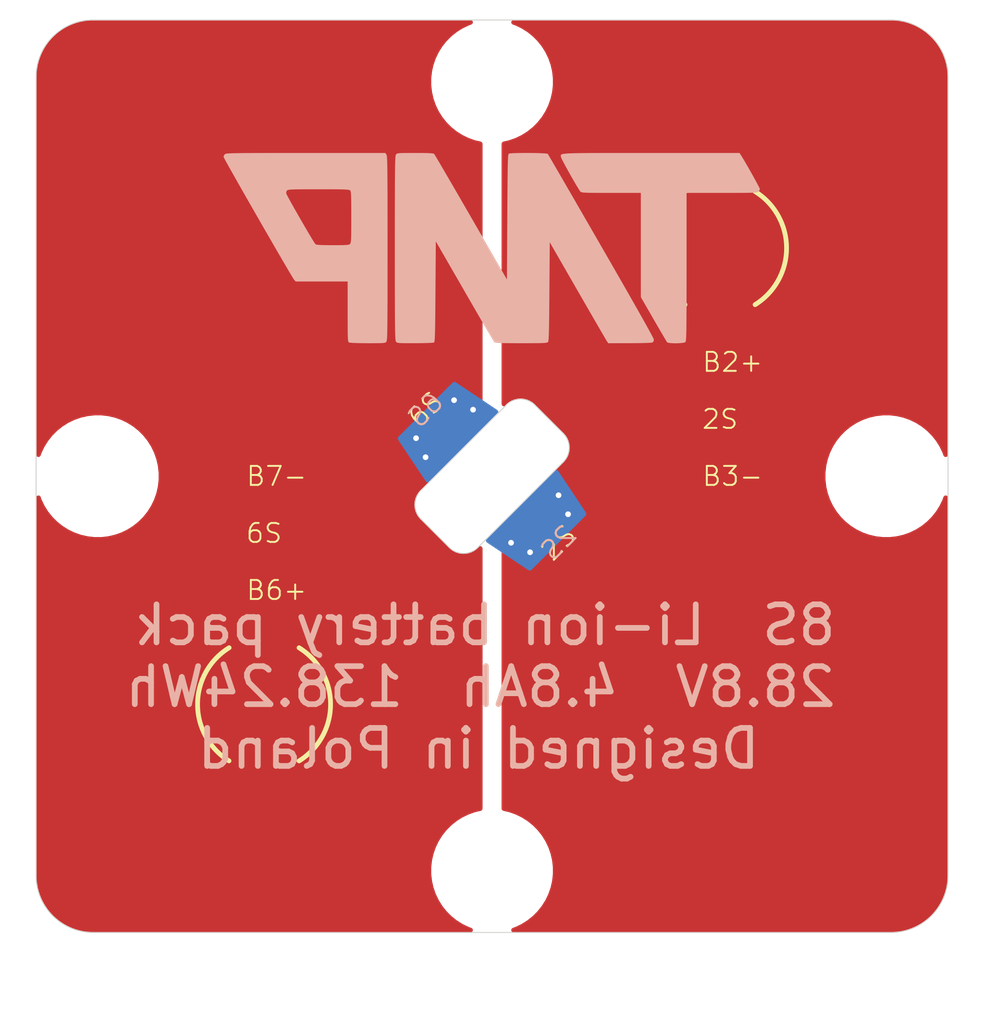
<source format=kicad_pcb>
(kicad_pcb (version 20240108) (generator "pcbnew") (generator_version "8.0")
  (layers (0 "F.Cu" signal) (31 "B.Cu" signal) (34 "B.Paste" user) (35 "F.Paste" user) (36 "B.SilkS" user "B.Silkscreen") (37 "F.SilkS" user "F.Silkscreen") (38 "B.Mask" user) (39 "F.Mask" user) (44 "Edge.Cuts" user))
  (net 0 "")
  (net 1 "2S")
  (net 2 "6S")
  (footprint "Battery:li-ion 21700 positive terminal contact" (layer "F.Cu") (at 63 87)
    (property "Reference" "J3" (hide yes))
    (property "Value" "MY-FJ-04-J")
    (fp_arc (start -1.846047 2.973571) (mid -3.5 -0.003834) (end -1.839528 -2.977608) (stroke (width 0.25)) (layer "F.SilkS"))
    (fp_arc (start 1.841101 -2.976633) (mid 3.499999 -0.001982) (end 1.844472 2.974546) (stroke (width 0.25)) (layer "F.SilkS"))
    (pad "1" smd rect (at 0 -3.695) (size 2 2.39) (layers "F.Cu" "F.Paste" "F.Mask") (net 2 "6S"))
    (pad "1" smd circle (at 0 0) (size 6.5 6.5) (layers "F.Cu" "F.Paste" "F.Mask") (net 2 "6S"))
    (pad "1" smd rect (at 0 3.695) (size 2 2.39) (layers "F.Cu" "F.Paste" "F.Mask") (net 2 "6S"))
  )
  (footprint "MountingHole:MountingHole_3mm" (layer "F.Cu") (at 95.75 75)
    (property "Reference" "H2" (hide yes))
    (property "Value" "MountingHole")
    (pad "" np_thru_hole circle (at 0 0) (size 3 3) (drill 3) (layers "F&B.Cu" "*.Mask") (clearance 1.7))
  )
  (footprint "MountingHole:MountingHole_3mm" (layer "F.Cu") (at 75 95.75)
    (property "Reference" "H3" (hide yes))
    (property "Value" "MountingHole")
    (pad "" np_thru_hole circle (at 0 0) (size 3 3) (drill 3) (layers "F&B.Cu" "*.Mask") (clearance 1.7))
  )
  (footprint "Battery:li-ion 21700 negative terminal contact" (layer "F.Cu") (at 63 63)
    (property "Reference" "J4" (hide yes))
    (property "Value" "Flat Copper Pad")
    (pad "1" smd circle (at 0 0) (size 22 22) (layers "F.Cu" "F.Paste" "F.Mask") (net 2 "6S"))
  )
  (footprint "Connector_Wire:SolderWirePad_1x01_SMD_1x2mm" (layer "F.Cu") (at 72.5 72.5 -45)
    (property "Reference" "J7" (hide yes))
    (property "Value" "Solder Pad")
    (pad "1" smd roundrect (at 0 0 315) (size 1 2) (layers "F.Cu" "F.Paste" "F.Mask") (net 2 "6S"))
  )
  (footprint "Connector_Wire:SolderWirePad_1x01_SMD_1x2mm" (layer "F.Cu") (at 77.5 77.5 -45)
    (property "Reference" "J5" (hide yes))
    (property "Value" "Solder Pad")
    (pad "1" smd roundrect (at 0 0 315) (size 1 2) (layers "F.Cu" "F.Paste" "F.Mask") (net 1 "2S"))
  )
  (footprint "MountingHole:MountingHole_3mm" (layer "F.Cu") (at 54.25 75)
    (property "Reference" "H4" (hide yes))
    (property "Value" "MountingHole")
    (pad "" np_thru_hole circle (at 0 0) (size 3 3) (drill 3) (layers "F&B.Cu" "*.Mask") (clearance 1.7))
  )
  (footprint "MountingHole:MountingHole_3mm" (layer "F.Cu") (at 75 54.25)
    (property "Reference" "H1" (hide yes))
    (property "Value" "MountingHole")
    (pad "" np_thru_hole circle (at 0 0) (size 3 3) (drill 3) (layers "F&B.Cu" "*.Mask") (clearance 1.7))
  )
  (footprint "Battery:li-ion 21700 negative terminal contact" (layer "F.Cu") (at 87 87)
    (property "Reference" "J2" (hide yes))
    (property "Value" "Flat Copper Pad")
    (pad "1" smd circle (at 0 0) (size 22 22) (layers "F.Cu" "F.Paste" "F.Mask") (net 1 "2S"))
  )
  (footprint "Battery:li-ion 21700 positive terminal contact" (layer "F.Cu") (at 87 63)
    (property "Reference" "J1" (hide yes))
    (property "Value" "MY-FJ-04-J")
    (fp_arc (start -1.846047 2.973571) (mid -3.5 -0.003834) (end -1.839528 -2.977608) (stroke (width 0.25)) (layer "F.SilkS"))
    (fp_arc (start 1.841101 -2.976633) (mid 3.499999 -0.001982) (end 1.844472 2.974546) (stroke (width 0.25)) (layer "F.SilkS"))
    (pad "1" smd rect (at 0 -3.695) (size 2 2.39) (layers "F.Cu" "F.Paste" "F.Mask") (net 1 "2S"))
    (pad "1" smd circle (at 0 0) (size 6.5 6.5) (layers "F.Cu" "F.Paste" "F.Mask") (net 1 "2S"))
    (pad "1" smd rect (at 0 3.695) (size 2 2.39) (layers "F.Cu" "F.Paste" "F.Mask") (net 1 "2S"))
  )
  (footprint "Connector_Wire:SolderWirePad_1x01_SMD_1x2mm" (layer "B.Cu") (at 72.5 72.5 -45)
    (property "Reference" "J8" (hide yes))
    (property "Value" "Solder Pad")
    (pad "1" smd roundrect (at 0 0 315) (size 1 2) (layers "B.Cu" "B.Paste" "B.Mask") (net 2 "6S"))
  )
  (footprint "Connector_Wire:SolderWirePad_1x01_SMD_1x2mm" (layer "B.Cu") (at 77.5 77.5 -45)
    (property "Reference" "J6" (hide yes))
    (property "Value" "Solder Pad")
    (pad "1" smd roundrect (at 0 0 315) (size 1 2) (layers "B.Cu" "B.Paste" "B.Mask") (net 1 "2S"))
  )
  (footprint "LOGO" (layer "B.Cu") (at 75 63 180)
    (property "Reference" "G***" (hide yes))
    (property "Value" "LOGO" (hide yes))
    (fp_poly (pts (xy -6.477572 5.003683) (xy -5.981537 5.003299) (xy -5.546157 5.002432) (xy -5.167498 5.000916) (xy -4.841626 4.998586) (xy -4.564607 4.995276) (xy -4.332507 4.990819) (xy -4.141393 4.985048) (xy -3.98733 4.977799) (xy -3.866384 4.968904) (xy -3.774621 4.958198) (xy -3.708108 4.945514) (xy -3.662911 4.930685) (xy -3.635095 4.913547) (xy -3.620727 4.893933) (xy -3.615872 4.871675) (xy -3.616597 4.84661) (xy -3.618968 4.818569) (xy -3.619544 4.802966) (xy -3.638107 4.751032) (xy -3.689449 4.644284) (xy -3.767431 4.493642) (xy -3.865916 4.310027) (xy -3.978763 4.104357) (xy -4.099834 3.887554) (xy -4.222991 3.670537) (xy -4.342095 3.464226) (xy -4.451006 3.279542) (xy -4.543586 3.127404) (xy -4.613696 3.018732) (xy -4.650128 2.9697) (xy -4.6697 2.953079) (xy -4.700593 2.93945) (xy -4.749923 2.928518) (xy -4.824804 2.91999) (xy -4.932353 2.913573) (xy -5.079683 2.908971) (xy -5.273911 2.905893) (xy -5.522152 2.904045) (xy -5.831521 2.903132) (xy -6.209133 2.902861) (xy -6.26998 2.902858) (xy -7.830075 2.902858) (xy -7.830075 0.161705) (xy -7.830075 -2.579448) (xy -8.501885 -3.743784) (xy -8.659595 -4.016546) (xy -8.80637 -4.269303) (xy -8.93758 -4.494165) (xy -9.048593 -4.68324) (xy -9.134778 -4.828635) (xy -9.191505 -4.92246) (xy -9.213178 -4.955864) (xy -9.272275 -4.981058) (xy -9.387871 -4.997841) (xy -9.540568 -5.00646) (xy -9.710964 -5.007164) (xy -9.879661 -5.000198) (xy -10.02726 -4.98581) (xy -10.13436 -4.964248) (xy -10.17637 -4.943587) (xy -10.186168 -4.92805) (xy -10.194853 -4.8993) (xy -10.202489 -4.852994) (xy -10.209143 -4.784788) (xy -10.214881 -4.69034) (xy -10.219768 -4.565306) (xy -10.223871 -4.405343) (xy -10.227255 -4.206109) (xy -10.229987 -3.963259) (xy -10.232132 -3.672452) (xy -10.233757 -3.329343) (xy -10.234926 -2.92959) (xy -10.235707 -2.46885) (xy -10.236165 -1.942779) (xy -10.236366 -1.347035) (xy -10.236391 -0.990354) (xy -10.236391 2.902858) (xy -12.10205 2.902858) (xy -12.528663 2.902989) (xy -12.885392 2.903542) (xy -13.178743 2.904751) (xy -13.415222 2.906852) (xy -13.601337 2.910081) (xy -13.743595 2.914673) (xy -13.8485 2.920864) (xy -13.922561 2.92889) (xy -13.972283 2.938986) (xy -14.004174 2.951387) (xy -14.024739 2.96633) (xy -14.030922 2.972707) (xy -14.080776 3.053527) (xy -14.094135 3.109054) (xy -14.075858 3.156684) (xy -14.025031 3.259499) (xy -13.947666 3.40674) (xy -13.849773 3.587647) (xy -13.737362 3.791461) (xy -13.616444 4.007421) (xy -13.493029 4.224768) (xy -13.373128 4.432742) (xy -13.262751 4.620585) (xy -13.167909 4.777535) (xy -13.115838 4.860376) (xy -13.023578 5.003609) (xy -8.368947 5.003609) (xy -7.667343 5.003672) (xy -7.038196 5.003752)) (fill solid) (layer "B.SilkS"))
    (fp_poly (pts (xy 10.469127 5.003568) (xy 11.053641 5.003397) (xy 11.57029 5.003027) (xy 12.02334 5.002387) (xy 12.417053 5.001407) (xy 12.755692 5.000018) (xy 13.043523 4.99815) (xy 13.284807 4.995733) (xy 13.483809 4.992696) (xy 13.644793 4.98897) (xy 13.772021 4.984485) (xy 13.869758 4.97917) (xy 13.942267 4.972957) (xy 13.993811 4.965774) (xy 14.028655 4.957553) (xy 14.051061 4.948222) (xy 14.065294 4.937712) (xy 14.069118 4.93376) (xy 14.118966 4.853023) (xy 14.132331 4.797594) (xy 14.113658 4.755965) (xy 14.059764 4.653847) (xy 13.973835 4.496786) (xy 13.859058 4.290327) (xy 13.718619 4.040014) (xy 13.555705 3.751393) (xy 13.373501 3.430009) (xy 13.175194 3.081406) (xy 12.963971 2.711131) (xy 12.743018 2.324727) (xy 12.515521 1.927741) (xy 12.284667 1.525717) (xy 12.053642 1.1242) (xy 11.825633 0.728735) (xy 11.603826 0.344867) (xy 11.391407 -0.021857) (xy 11.191563 -0.365895) (xy 11.00748 -0.6817) (xy 10.842345 -0.963727) (xy 10.699343 -1.206432) (xy 10.581662 -1.404268) (xy 10.492488 -1.551692) (xy 10.435007 -1.643158) (xy 10.415215 -1.671052) (xy 10.337661 -1.756992) (xy 8.969282 -1.756992) (xy 7.600902 -1.756992) (xy 7.600902 -3.340761) (xy 7.60078 -3.730241) (xy 7.6002 -4.050346) (xy 7.598843 -4.30809) (xy 7.596389 -4.510487) (xy 7.592521 -4.664554) (xy 7.586917 -4.777304) (xy 7.57926 -4.855753) (xy 7.569229 -4.906915) (xy 7.556506 -4.937807) (xy 7.54077 -4.955441) (xy 7.527022 -4.964069) (xy 7.463979 -4.977008) (xy 7.331875 -4.987717) (xy 7.138019 -4.995905) (xy 6.889716 -5.001281) (xy 6.594273 -5.003552) (xy 6.536105 -5.003609) (xy 6.24836 -5.003419) (xy 6.02741 -5.002295) (xy 5.86366 -4.999401) (xy 5.747517 -4.993905) (xy 5.669384 -4.984971) (xy 5.619667 -4.971766) (xy 5.58877 -4.953455) (xy 5.567099 -4.929205) (xy 5.559609 -4.918719) (xy 5.550839 -4.900303) (xy 5.542964 -4.868819) (xy 5.535936 -4.820369) (xy 5.529709 -4.751051) (xy 5.524235 -4.656968) (xy 5.519468 -4.534218) (xy 5.515359 -4.378903) (xy 5.511863 -4.187122) (xy 5.508931 -3.954976) (xy 5.506517 -3.678566) (xy 5.504574 -3.353992) (xy 5.503054 -2.977354) (xy 5.50191 -2.544753) (xy 5.501095 -2.052289) (xy 5.500562 -1.496062) (xy 5.500264 -0.872173) (xy 5.500154 -0.176722) (xy 5.50015 0) (xy 5.500223 0.713081) (xy 5.500472 1.35367) (xy 5.500703 1.633137) (xy 7.409925 1.633137) (xy 7.410236 1.273662) (xy 7.411402 0.982871) (xy 7.413767 0.753062) (xy 7.417676 0.57653) (xy 7.423474 0.44557) (xy 7.431508 0.352479) (xy 7.442121 0.289553) (xy 7.455661 0.249087) (xy 7.47247 0.223377) (xy 7.473138 0.222632) (xy 7.499542 0.199752) (xy 7.538505 0.182459) (xy 7.600055 0.169982) (xy 7.694218 0.161551) (xy 7.831021 0.156396) (xy 8.020491 0.153747) (xy 8.272654 0.152834) (xy 8.382529 0.152782) (xy 8.687671 0.154152) (xy 8.92305 0.158491) (xy 9.09525 0.166146) (xy 9.210855 0.177463) (xy 9.276448 0.192788) (xy 9.290699 0.200527) (xy 9.324048 0.244377) (xy 9.389549 0.346032) (xy 9.482087 0.496615) (xy 9.596544 0.687248) (xy 9.727804 0.909053) (xy 9.870749 1.153154) (xy 10.020263 1.410672) (xy 10.17123 1.67273) (xy 10.318531 1.930451) (xy 10.457052 2.174957) (xy 10.581673 2.39737) (xy 10.68728 2.588814) (xy 10.768755 2.740411) (xy 10.820981 2.843284) (xy 10.838618 2.886105) (xy 10.825633 2.976283) (xy 10.790797 3.030513) (xy 10.769214 3.046139) (xy 10.734014 3.058991) (xy 10.678214 3.069333) (xy 10.594832 3.077433) (xy 10.476884 3.083557) (xy 10.317388 3.087969) (xy 10.109361 3.090938) (xy 9.845821 3.092727) (xy 9.519784 3.093604) (xy 9.128722 3.093835) (xy 8.73218 3.093559) (xy 8.405147 3.092564) (xy 8.140743 3.090602) (xy 7.932085 3.087423) (xy 7.772295 3.082779) (xy 7.65449 3.076421) (xy 7.571791 3.068099) (xy 7.517316 3.057565) (xy 7.484185 3.04457) (xy 7.469946 3.033814) (xy 7.453804 3.009782) (xy 7.440785 2.96828) (xy 7.430565 2.901759) (xy 7.422823 2.802672) (xy 7.417233 2.663472) (xy 7.413473 2.47661) (xy 7.411219 2.23454) (xy 7.410147 1.929713) (xy 7.409925 1.633137) (xy 5.500703 1.633137) (xy 5.500944 1.925668) (xy 5.501688 2.432974) (xy 5.502749 2.879487) (xy 5.504175 3.269108) (xy 5.506013 3.605735) (xy 5.508311 3.893269) (xy 5.511115 4.13561) (xy 5.514472 4.336656) (xy 5.518431 4.500307) (xy 5.523037 4.630464) (xy 5.528338 4.731025) (xy 5.534381 4.80589) (xy 5.541214 4.85896) (xy 5.548883 4.894133) (xy 5.557436 4.915309) (xy 5.559609 4.91872) (xy 5.619068 5.003609) (xy 9.812486 5.003609)) (fill solid) (layer "B.SilkS"))
    (fp_poly (pts (xy -1.457849 5.002498) (xy -1.247645 4.997738) (xy -1.073217 4.990415) (xy -0.947025 4.980466) (xy -0.881529 4.967829) (xy -0.878496 4.966229) (xy -0.868288 4.952457) (xy -0.859229 4.921733) (xy -0.851214 4.869433) (xy -0.844137 4.790932) (xy -0.837891 4.681605) (xy -0.832371 4.536829) (xy -0.827469 4.351978) (xy -0.823081 4.122427) (xy -0.819099 3.843553) (xy -0.815417 3.51073) (xy -0.81193 3.119334) (xy -0.808531 2.664741) (xy -0.805114 2.142325) (xy -0.802105 1.639769) (xy -0.783008 -1.650481) (xy 1.106219 1.624642) (xy 1.372262 2.08547) (xy 1.628185 2.528034) (xy 1.871333 2.947784) (xy 2.099051 3.340167) (xy 2.308683 3.700633) (xy 2.497575 4.024632) (xy 2.66307 4.307611) (xy 2.802514 4.545019) (xy 2.913251 4.732306) (xy 2.992626 4.864921) (xy 3.037984 4.938312) (xy 3.047368 4.951687) (xy 3.079664 4.968525) (xy 3.144107 4.981521) (xy 3.248732 4.991091) (xy 3.401572 4.99765) (xy 3.610658 5.001615) (xy 3.884025 5.003402) (xy 4.049284 5.003609) (xy 4.342744 5.003435) (xy 4.56922 5.002384) (xy 4.738116 4.999665) (xy 4.858839 4.994488) (xy 4.940795 4.986062) (xy 4.99339 4.973595) (xy 5.026029 4.956297) (xy 5.048119 4.933376) (xy 5.058736 4.91872) (xy 5.067506 4.900304) (xy 5.075382 4.86882) (xy 5.082409 4.82037) (xy 5.088636 4.751052) (xy 5.09411 4.656969) (xy 5.098878 4.534219) (xy 5.102986 4.378903) (xy 5.106483 4.187123) (xy 5.109414 3.954977) (xy 5.111828 3.678567) (xy 5.113772 3.353993) (xy 5.115292 2.977355) (xy 5.116436 2.544754) (xy 5.11725 2.05229) (xy 5.117783 1.496063) (xy 5.118081 0.872174) (xy 5.118192 0.176722) (xy 5.118195 0) (xy 5.118123 -0.71308) (xy 5.117874 -1.353669) (xy 5.117401 -1.925667) (xy 5.116658 -2.432973) (xy 5.115597 -2.879486) (xy 5.114171 -3.269107) (xy 5.112332 -3.605734) (xy 5.110035 -3.893268) (xy 5.107231 -4.135609) (xy 5.103873 -4.336655) (xy 5.099915 -4.500306) (xy 5.095309 -4.630463) (xy 5.090007 -4.731024) (xy 5.083964 -4.80589) (xy 5.077132 -4.858959) (xy 5.069463 -4.894132) (xy 5.06091 -4.915308) (xy 5.058736 -4.918719) (xy 5.03836 -4.945013) (xy 5.012402 -4.96522) (xy 4.971421 -4.980133) (xy 4.905971 -4.990547) (xy 4.806609 -4.997256) (xy 4.663891 -5.001054) (xy 4.468373 -5.002735) (xy 4.21061 -5.003092) (xy 4.056105 -5.003024) (xy 3.786811 -5.001432) (xy 3.54427 -4.997263) (xy 3.339114 -4.990908) (xy 3.181976 -4.982757) (xy 3.083488 -4.973203) (xy 3.055639 -4.966231) (xy 3.044306 -4.951376) (xy 3.034388 -4.918648) (xy 3.025736 -4.862888) (xy 3.018205 -4.778933) (xy 3.011646 -4.661623) (xy 3.005912 -4.505797) (xy 3.000857 -4.306293) (xy 2.996332 -4.05795) (xy 2.992191 -3.755607) (xy 2.988287 -3.394103) (xy 2.984471 -2.968276) (xy 2.980598 -2.472966) (xy 2.979248 -2.288771) (xy 2.96015 0.352481) (xy 1.443869 -2.277819) (xy 1.205924 -2.69015) (xy 0.978264 -3.083815) (xy 0.763867 -3.453717) (xy 0.565708 -3.794761) (xy 0.386764 -4.101852) (xy 0.230009 -4.369894) (xy 0.098422 -4.59379) (xy -0.005022 -4.768445) (xy -0.077348 -4.888764) (xy -0.115578 -4.94965) (xy -0.120236 -4.955864) (xy -0.152111 -4.969223) (xy -0.222264 -4.980062) (xy -0.336613 -4.988583) (xy -0.501075 -4.994986) (xy -0.72157 -4.999471) (xy -1.004016 -5.002238) (xy -1.35433 -5.003488) (xy -1.530782 -5.003609) (xy -1.892704 -5.003319) (xy -2.185778 -5.002224) (xy -2.417544 -4.999989) (xy -2.595545 -4.996276) (xy -2.727321 -4.99075) (xy -2.820413 -4.983073) (xy -2.882362 -4.97291) (xy -2.920711 -4.959923) (xy -2.942999 -4.943776) (xy -2.945925 -4.940463) (xy -2.956598 -4.915875) (xy -2.966011 -4.866143) (xy -2.974297 -4.786306) (xy -2.981591 -4.671407) (xy -2.988025 -4.516484) (xy -2.993734 -4.31658) (xy -2.998851 -4.066734) (xy -3.00351 -3.761987) (xy -3.007844 -3.39738) (xy -3.011987 -2.967953) (xy -3.016072 -2.468747) (xy -3.017444 -2.286085) (xy -3.036542 0.305148) (xy -4.504204 -2.244193) (xy -4.739004 -2.65178) (xy -4.964054 -3.041932) (xy -5.176258 -3.409314) (xy -5.372521 -3.748593) (xy -5.549748 -4.054432) (xy -5.704845 -4.321498) (xy -5.834716 -4.544455) (xy -5.936267 -4.71797) (xy -6.006402 -4.836708) (xy -6.042027 -4.895334) (xy -6.044174 -4.898571) (xy -6.11648 -5.003609) (xy -7.250195 -5.002447) (xy -7.592736 -5.00077) (xy -7.886166 -4.996613) (xy -8.124735 -4.990171) (xy -8.30269 -4.981633) (xy -8.414279 -4.971194) (xy -8.450752 -4.962354) (xy -8.502702 -4.894428) (xy -8.517594 -4.815592) (xy -8.500108 -4.768305) (xy -8.447442 -4.661522) (xy -8.359281 -4.494687) (xy -8.235311 -4.267243) (xy -8.075219 -3.978635) (xy -7.878691 -3.628305) (xy -7.645412 -3.215698) (xy -7.375068 -2.740256) (xy -7.067347 -2.201424) (xy -6.721933 -1.598645) (xy -6.338514 -0.931362) (xy -5.916774 -0.199019) (xy -5.744247 0.100179) (xy -5.421483 0.659599) (xy -5.108845 1.201212) (xy -4.80849 1.721295) (xy -4.522575 2.216121) (xy -4.253257 2.681968) (xy -4.002693 3.115109) (xy -3.773039 3.511822) (xy -3.566453 3.86838) (xy -3.385092 4.18106) (xy -3.231113 4.446137) (xy -3.106673 4.659886) (xy -3.013929 4.818583) (xy -2.955037 4.918503) (xy -2.932201 4.955865) (xy -2.884354 4.969343) (xy -2.772601 4.980762) (xy -2.609403 4.990058) (xy -2.407221 4.997168) (xy -2.178515 5.00203) (xy -1.935744 5.00458) (xy -1.691368 5.004757)) (fill solid) (layer "B.SilkS"))
  )
  (gr_arc (start 96 51) (mid 98.12132 51.87868) (end 99 54) (stroke (width 0.05)) (layer "Edge.Cuts"))
  (gr_line (start 78.75 72.75) (end 77.25 71.25) (stroke (width 0.05)) (layer "Edge.Cuts"))
  (gr_arc (start 51 54) (mid 51.87868 51.87868) (end 54 51) (stroke (width 0.05)) (layer "Edge.Cuts"))
  (gr_arc (start 99 96) (mid 98.12132 98.12132) (end 96 99) (stroke (width 0.05)) (layer "Edge.Cuts"))
  (gr_arc (start 78.75 72.75) (mid 79.06066 73.5) (end 78.75 74.25) (stroke (width 0.05)) (layer "Edge.Cuts"))
  (gr_arc (start 74.25 78.75) (mid 73.5 79.06066) (end 72.75 78.75) (stroke (width 0.05)) (layer "Edge.Cuts"))
  (gr_line (start 75.75 71.25) (end 71.25 75.75) (stroke (width 0.05)) (layer "Edge.Cuts"))
  (gr_line (start 99 54) (end 99 96) (stroke (width 0.05)) (layer "Edge.Cuts"))
  (gr_arc (start 71.25 77.25) (mid 70.93934 76.5) (end 71.25 75.75) (stroke (width 0.05)) (layer "Edge.Cuts"))
  (gr_line (start 74.25 78.75) (end 78.75 74.25) (stroke (width 0.05)) (layer "Edge.Cuts"))
  (gr_arc (start 54 99) (mid 51.87868 98.12132) (end 51 96) (stroke (width 0.05)) (layer "Edge.Cuts"))
  (gr_line (start 71.25 77.25) (end 72.75 78.75) (stroke (width 0.05)) (layer "Edge.Cuts"))
  (gr_line (start 51 96) (end 51 54) (stroke (width 0.05)) (layer "Edge.Cuts"))
  (gr_line (start 54 51) (end 96 51) (stroke (width 0.05)) (layer "Edge.Cuts"))
  (gr_line (start 96 99) (end 54 99) (stroke (width 0.05)) (layer "Edge.Cuts"))
  (gr_arc (start 75.75 71.25) (mid 76.5 70.93934) (end 77.25 71.25) (stroke (width 0.05)) (layer "Edge.Cuts"))
  (gr_text "28.8V  4.8Ah  138.24Wh" (at 93.25 87.25 0) (layer "B.SilkS") (effects (font (size 2 2) (thickness 0.3)) (justify left bottom mirror)))
  (gr_text "Designed in Poland" (at 89.25 90.5 0) (layer "B.SilkS") (effects (font (size 2 2) (thickness 0.3)) (justify left bottom mirror)))
  (gr_text "2S" (at 78.5 78.5 45) (layer "B.SilkS") (effects (font (size 1 1) (thickness 0.1)) (justify mirror)))
  (gr_text "8S  Li-ion battery pack" (at 93.25 84 0) (layer "B.SilkS") (effects (font (size 2 2) (thickness 0.3)) (justify left bottom mirror)))
  (gr_text "6S" (at 71.5 71.5 45) (layer "B.SilkS") (effects (font (size 1 1) (thickness 0.1)) (justify mirror)))
  (gr_text "2S" (at 78.5 78.5 45) (layer "F.SilkS") (effects (font (size 1 1) (thickness 0.1))))
  (gr_text "B3-" (at 86 75 0) (layer "F.SilkS") (effects (font (size 1 1) (thickness 0.1)) (justify left)))
  (gr_text "6S" (at 63 78 0) (layer "F.SilkS") (effects (font (size 1 1) (thickness 0.1))))
  (gr_text "B6+" (at 62 81 0) (layer "F.SilkS") (effects (font (size 1 1) (thickness 0.1)) (justify left)))
  (gr_text "6S" (at 71.5 71.5 45) (layer "F.SilkS") (effects (font (size 1 1) (thickness 0.1))))
  (gr_text "2S" (at 87 72 0) (layer "F.SilkS") (effects (font (size 1 1) (thickness 0.1))))
  (gr_text "B7-" (at 62 75 0) (layer "F.SilkS") (effects (font (size 1 1) (thickness 0.1)) (justify left)))
  (gr_text "B2+" (at 86 69 0) (layer "F.SilkS") (effects (font (size 1 1) (thickness 0.1)) (justify left)))
  (via (at 79 77) (size 0.7) (drill 0.3) (layers "F.Cu" "B.Cu") (net 1))
  (via (at 78.5 76) (size 0.7) (drill 0.3) (layers "F.Cu" "B.Cu") (net 1))
  (via (at 77 79) (size 0.7) (drill 0.3) (layers "F.Cu" "B.Cu") (net 1))
  (via (at 76 78.5) (size 0.7) (drill 0.3) (layers "F.Cu" "B.Cu") (net 1))
  (via (at 71 73) (size 0.7) (drill 0.3) (layers "F.Cu" "B.Cu") (net 2))
  (via (at 74 71.5) (size 0.7) (drill 0.3) (layers "F.Cu" "B.Cu") (net 2))
  (via (at 73 71) (size 0.7) (drill 0.3) (layers "F.Cu" "B.Cu") (net 2))
  (via (at 71.5 74) (size 0.7) (drill 0.3) (layers "F.Cu" "B.Cu") (net 2))
  (zone (net 1) (net_name "2S") (layer "F.Cu") (priority 8) (connect_pads yes (clearance 0.2)) (min_thickness 0.25) (fill yes (thermal_gap 0.5) (thermal_bridge_width 0.5))
    (polygon (pts (xy 75.5 50.5) (xy 99.5 50.5) (xy 99.5 99.5) (xy 75.5 99.5)))
  )
  (zone (net 2) (net_name "6S") (layer "F.Cu") (priority 8) (connect_pads yes (clearance 0.2)) (min_thickness 0.25) (fill yes (thermal_gap 0.5) (thermal_bridge_width 0.5))
    (polygon (pts (xy 50.5 50.5) (xy 74.5 50.5) (xy 74.5 99.5) (xy 50.5 99.5)))
  )
  (zone (net 2) (net_name "6S") (layer "B.Cu") (priority 9) (connect_pads yes (clearance 0.2)) (min_thickness 0.25) (fill yes (thermal_gap 0.5) (thermal_bridge_width 0.5))
    (polygon (pts (xy 72 76) (xy 70 73) (xy 73 70) (xy 76 72)))
  )
  (zone (net 1) (net_name "2S") (layer "B.Cu") (priority 9) (connect_pads yes (clearance 0.2)) (min_thickness 0.25) (fill yes (thermal_gap 0.5) (thermal_bridge_width 0.5))
    (polygon (pts (xy 77 80) (xy 74 78) (xy 78 74) (xy 80 77)))
  )
)
</source>
